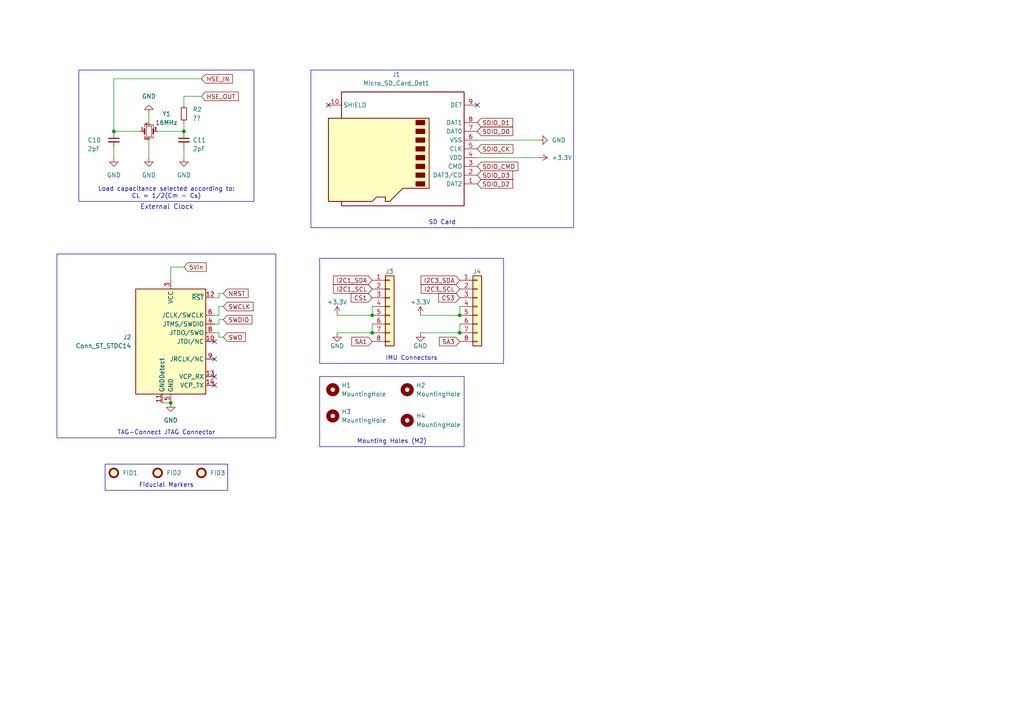
<source format=kicad_sch>
(kicad_sch (version 20230121) (generator eeschema)
  (paper "A4")
  (title_block (title "Peripherals"))
  (lib_symbols
    (symbol "Connector:Conn_ST_STDC14"
      (property "Reference" "J" (at -8.89 16.51 0))
      (property "Value" "Conn_ST_STDC14" (at 17.78 16.51 0))
      (symbol "Conn_ST_STDC14_0_1"
        (rectangle (start -10.16 15.24) (end 10.16 -15.24) (stroke (width 0.254)) (fill (type background)))
      )
      (symbol "Conn_ST_STDC14_1_1"
        (pin no_connect line (at -10.16 5.08 0) (length 2.54) hide (name "NC") (number "1"))
        (pin output line (at 12.7 0 180) (length 2.54) (name "JTDI/NC") (number "10"))
        (pin passive line (at -2.54 -17.78 90) (length 2.54) (name "GNDDetect") (number "11"))
        (pin open_collector line (at 12.7 12.7 180) (length 2.54) (name "~{RST}") (number "12"))
        (pin output line (at 12.7 -10.16 180) (length 2.54) (name "VCP_RX") (number "13"))
        (pin input line (at 12.7 -12.7 180) (length 2.54) (name "VCP_TX") (number "14"))
        (pin no_connect line (at -10.16 2.54 0) (length 2.54) hide (name "NC") (number "2"))
        (pin power_in line (at 0 17.78 270) (length 2.54) (name "VCC") (number "3"))
        (pin bidirectional line (at 12.7 5.08 180) (length 2.54) (name "JTMS/SWDIO") (number "4"))
        (pin power_in line (at 0 -17.78 90) (length 2.54) (name "GND") (number "5"))
        (pin output line (at 12.7 7.62 180) (length 2.54) (name "JCLK/SWCLK") (number "6"))
        (pin passive line (at 0 -17.78 90) (length 2.54) hide (name "GND") (number "7"))
        (pin input line (at 12.7 2.54 180) (length 2.54) (name "JTDO/SWO") (number "8"))
        (pin input line (at 12.7 -5.08 180) (length 2.54) (name "JRCLK/NC") (number "9"))
      )
    )
    (symbol "Connector:Micro_SD_Card_Det1"
      (property "Reference" "J" (at -16.51 17.78 0))
      (property "Value" "Micro_SD_Card_Det1" (at 16.51 17.78 0))
      (symbol "Micro_SD_Card_Det1_0_1"
        (rectangle (start -7.62 -6.985) (end -5.08 -8.255) (stroke (width 0.254)) (fill (type outline)))
        (rectangle (start -7.62 -4.445) (end -5.08 -5.715) (stroke (width 0.254)) (fill (type outline)))
        (rectangle (start -7.62 -1.905) (end -5.08 -3.175) (stroke (width 0.254)) (fill (type outline)))
        (rectangle (start -7.62 0.635) (end -5.08 -0.635) (stroke (width 0.254)) (fill (type outline)))
        (rectangle (start -7.62 3.175) (end -5.08 1.905) (stroke (width 0.254)) (fill (type outline)))
        (rectangle (start -7.62 5.715) (end -5.08 4.445) (stroke (width 0.254)) (fill (type outline)))
        (rectangle (start -7.62 8.255) (end -5.08 6.985) (stroke (width 0.254)) (fill (type outline)))
        (rectangle (start -7.62 10.795) (end -5.08 9.525) (stroke (width 0.254)) (fill (type outline)))
        (polyline (pts (xy 16.51 15.24) (xy 16.51 16.51) (xy -19.05 16.51) (xy -19.05 -16.51) (xy 16.51 -16.51) (xy 16.51 -8.89)) (stroke (width 0.254)))
        (polyline (pts (xy -8.89 -8.89) (xy -8.89 11.43) (xy -1.27 11.43) (xy 2.54 15.24) (xy 3.81 15.24) (xy 3.81 13.97) (xy 6.35 13.97) (xy 7.62 15.24) (xy 20.32 15.24) (xy 20.32 -8.89) (xy -8.89 -8.89)) (stroke (width 0.254)) (fill (type background)))
      )
      (symbol "Micro_SD_Card_Det1_1_1"
        (pin bidirectional line (at -22.86 10.16 0) (length 3.81) (name "DAT2") (number "1"))
        (pin passive line (at 20.32 -12.7 180) (length 3.81) (name "SHIELD") (number "10"))
        (pin bidirectional line (at -22.86 7.62 0) (length 3.81) (name "DAT3/CD") (number "2"))
        (pin input line (at -22.86 5.08 0) (length 3.81) (name "CMD") (number "3"))
        (pin power_in line (at -22.86 2.54 0) (length 3.81) (name "VDD") (number "4"))
        (pin input line (at -22.86 0 0) (length 3.81) (name "CLK") (number "5"))
        (pin power_in line (at -22.86 -2.54 0) (length 3.81) (name "VSS") (number "6"))
        (pin bidirectional line (at -22.86 -5.08 0) (length 3.81) (name "DAT0") (number "7"))
        (pin bidirectional line (at -22.86 -7.62 0) (length 3.81) (name "DAT1") (number "8"))
        (pin passive line (at -22.86 -12.7 0) (length 3.81) (name "DET") (number "9"))
      )
    )
    (symbol "Connector_Generic:Conn_01x08" (pin_names (offset 1.016) hide)
      (property "Reference" "J" (at 0 10.16 0))
      (property "Value" "Conn_01x08" (at 0 -12.7 0))
      (symbol "Conn_01x08_1_1"
        (rectangle (start -1.27 -10.033) (end 0 -10.287) (stroke (width 0.1524)))
        (rectangle (start -1.27 -7.493) (end 0 -7.747) (stroke (width 0.1524)))
        (rectangle (start -1.27 -4.953) (end 0 -5.207) (stroke (width 0.1524)))
        (rectangle (start -1.27 -2.413) (end 0 -2.667) (stroke (width 0.1524)))
        (rectangle (start -1.27 0.127) (end 0 -0.127) (stroke (width 0.1524)))
        (rectangle (start -1.27 2.667) (end 0 2.413) (stroke (width 0.1524)))
        (rectangle (start -1.27 5.207) (end 0 4.953) (stroke (width 0.1524)))
        (rectangle (start -1.27 7.747) (end 0 7.493) (stroke (width 0.1524)))
        (rectangle (start -1.27 8.89) (end 1.27 -11.43) (stroke (width 0.254)) (fill (type background)))
        (pin passive line (at -5.08 7.62 0) (length 3.81) (name "Pin_1") (number "1"))
        (pin passive line (at -5.08 5.08 0) (length 3.81) (name "Pin_2") (number "2"))
        (pin passive line (at -5.08 2.54 0) (length 3.81) (name "Pin_3") (number "3"))
        (pin passive line (at -5.08 0 0) (length 3.81) (name "Pin_4") (number "4"))
        (pin passive line (at -5.08 -2.54 0) (length 3.81) (name "Pin_5") (number "5"))
        (pin passive line (at -5.08 -5.08 0) (length 3.81) (name "Pin_6") (number "6"))
        (pin passive line (at -5.08 -7.62 0) (length 3.81) (name "Pin_7") (number "7"))
        (pin passive line (at -5.08 -10.16 0) (length 3.81) (name "Pin_8") (number "8"))
      )
    )
    (symbol "Device:C_Small" (pin_numbers hide) (pin_names (offset 0.254) hide)
      (property "Reference" "C" (at 0.254 1.778 0))
      (property "Value" "C_Small" (at 0.254 -2.032 0))
      (symbol "C_Small_0_1"
        (polyline (pts (xy -1.524 -0.508) (xy 1.524 -0.508)) (stroke (width 0.3302)))
        (polyline (pts (xy -1.524 0.508) (xy 1.524 0.508)) (stroke (width 0.3048)))
      )
      (symbol "C_Small_1_1"
        (pin passive line (at 0 2.54 270) (length 2.032) (name "~") (number "1"))
        (pin passive line (at 0 -2.54 90) (length 2.032) (name "~") (number "2"))
      )
    )
    (symbol "Device:Crystal_GND24_Small" (pin_names (offset 1.016) hide)
      (property "Reference" "Y" (at 1.27 4.445 0))
      (property "Value" "Crystal_GND24_Small" (at 1.27 2.54 0))
      (symbol "Crystal_GND24_Small_0_1"
        (rectangle (start -0.762 -1.524) (end 0.762 1.524))
        (polyline (pts (xy -1.27 -0.762) (xy -1.27 0.762)) (stroke (width 0.381)))
        (polyline (pts (xy 1.27 -0.762) (xy 1.27 0.762)) (stroke (width 0.381)))
        (polyline (pts (xy -1.27 -1.27) (xy -1.27 -1.905) (xy 1.27 -1.905) (xy 1.27 -1.27)))
        (polyline (pts (xy -1.27 1.27) (xy -1.27 1.905) (xy 1.27 1.905) (xy 1.27 1.27)))
      )
      (symbol "Crystal_GND24_Small_1_1"
        (pin passive line (at -2.54 0 0) (length 1.27) (name "1") (number "1"))
        (pin passive line (at 0 -2.54 90) (length 0.635) (name "2") (number "2"))
        (pin passive line (at 2.54 0 180) (length 1.27) (name "3") (number "3"))
        (pin passive line (at 0 2.54 270) (length 0.635) (name "4") (number "4"))
      )
    )
    (symbol "Device:R_Small" (pin_numbers hide) (pin_names (offset 0.254) hide)
      (property "Reference" "R" (at 0.762 0.508 0))
      (property "Value" "R_Small" (at 0.762 -1.016 0))
      (symbol "R_Small_0_1"
        (rectangle (start -0.762 1.778) (end 0.762 -1.778) (stroke (width 0.2032)))
      )
      (symbol "R_Small_1_1"
        (pin passive line (at 0 2.54 270) (length 0.762) (name "~") (number "1"))
        (pin passive line (at 0 -2.54 90) (length 0.762) (name "~") (number "2"))
      )
    )
    (symbol "Mechanical:Fiducial"
      (property "Reference" "FID" (at 0 5.08 0))
      (property "Value" "Fiducial" (at 0 3.175 0))
      (symbol "Fiducial_0_1"
        (circle (center 0 0) (radius 1.27) (stroke (width 0.508)) (fill (type background)))
      )
    )
    (symbol "Mechanical:MountingHole" (pin_names (offset 1.016))
      (property "Reference" "H" (at 0 5.08 0))
      (property "Value" "MountingHole" (at 0 3.175 0))
      (symbol "MountingHole_0_1"
        (circle (center 0 0) (radius 1.27) (stroke (width 1.27)))
      )
    )
    (symbol "power:+3.3V" (power) (pin_names (offset 0))
      (property "Value" "+3.3V" (at 0 3.556 0))
      (symbol "+3.3V_0_1"
        (polyline (pts (xy -0.762 1.27) (xy 0 2.54)))
        (polyline (pts (xy 0 0) (xy 0 2.54)))
        (polyline (pts (xy 0 2.54) (xy 0.762 1.27)))
      )
      (symbol "+3.3V_1_1"
        (pin power_in line (at 0 0 90) (length 0) hide (name "+3.3V") (number "1"))
      )
    )
    (symbol "power:GND" (power) (pin_names (offset 0))
      (property "Value" "GND" (at 0 -3.81 0))
      (symbol "GND_0_1"
        (polyline (pts (xy 0 0) (xy 0 -1.27) (xy 1.27 -1.27) (xy 0 -2.54) (xy -1.27 -1.27) (xy 0 -1.27)))
      )
      (symbol "GND_1_1"
        (pin power_in line (at 0 0 270) (length 0) hide (name "GND") (number "1"))
      )
    )
  )
  (junction (at 53.34 38.1))
  (junction (at 133.35 96.52))
  (junction (at 33.02 38.1))
  (junction (at 49.53 116.84))
  (junction (at 133.35 91.44))
  (junction (at 107.95 91.44))
  (junction (at 107.95 96.52))
  (no_connect (at 95.25 30.48))
  (no_connect (at 62.23 111.76))
  (no_connect (at 62.23 104.14))
  (no_connect (at 62.23 109.22))
  (no_connect (at 138.43 30.48))
  (no_connect (at 62.23 99.06))
  (wire (pts (xy 43.18 40.64) (xy 43.18 45.72)))
  (wire (pts (xy 62.23 86.36) (xy 63.5 86.36)))
  (wire (pts (xy 63.5 96.52) (xy 62.23 96.52)))
  (wire (pts (xy 63.5 86.36) (xy 63.5 85.09)))
  (wire (pts (xy 33.02 22.86) (xy 33.02 38.1)))
  (wire (pts (xy 53.34 27.94) (xy 53.34 30.48)))
  (wire (pts (xy 33.02 43.18) (xy 33.02 45.72)))
  (wire (pts (xy 49.53 77.47) (xy 53.34 77.47)))
  (wire (pts (xy 138.43 40.64) (xy 156.21 40.64)))
  (wire (pts (xy 53.34 43.18) (xy 53.34 45.72)))
  (wire (pts (xy 133.35 88.9) (xy 133.35 91.44)))
  (wire (pts (xy 43.18 33.02) (xy 43.18 35.56)))
  (wire (pts (xy 63.5 92.71) (xy 63.5 93.98)))
  (wire (pts (xy 58.42 22.86) (xy 33.02 22.86)))
  (wire (pts (xy 63.5 92.71) (xy 64.77 92.71)))
  (wire (pts (xy 63.5 97.79) (xy 64.77 97.79)))
  (wire (pts (xy 63.5 93.98) (xy 62.23 93.98)))
  (wire (pts (xy 63.5 91.44) (xy 62.23 91.44)))
  (wire (pts (xy 138.43 45.72) (xy 156.21 45.72)))
  (wire (pts (xy 63.5 97.79) (xy 63.5 96.52)))
  (wire (pts (xy 121.92 96.52) (xy 133.35 96.52)))
  (wire (pts (xy 63.5 88.9) (xy 64.77 88.9)))
  (wire (pts (xy 63.5 85.09) (xy 64.77 85.09)))
  (wire (pts (xy 63.5 88.9) (xy 63.5 91.44)))
  (wire (pts (xy 133.35 93.98) (xy 133.35 96.52)))
  (wire (pts (xy 49.53 81.28) (xy 49.53 77.47)))
  (wire (pts (xy 121.92 91.44) (xy 133.35 91.44)))
  (wire (pts (xy 107.95 96.52) (xy 107.95 93.98)))
  (wire (pts (xy 97.79 91.44) (xy 107.95 91.44)))
  (wire (pts (xy 97.79 96.52) (xy 107.95 96.52)))
  (wire (pts (xy 58.42 27.94) (xy 53.34 27.94)))
  (wire (pts (xy 107.95 88.9) (xy 107.95 91.44)))
  (wire (pts (xy 46.99 116.84) (xy 49.53 116.84)))
  (wire (pts (xy 45.72 38.1) (xy 53.34 38.1)))
  (wire (pts (xy 53.34 35.56) (xy 53.34 38.1)))
  (wire (pts (xy 33.02 38.1) (xy 40.64 38.1)))
  (text_box "SD Card" (at 90.17 20.32 0) (size 76.2 45.72) (effects (font (size 1.27 1.27)) (justify bottom)))
  (text_box "TAG-Connect JTAG Connector" (at 16.51 73.66 0) (size 63.5 53.34) (effects (font (size 1.27 1.27)) (justify bottom)))
  (text_box "Load capacitance selected according to:\nCL = 1/2(Cm - Cs)" (at 22.86 20.32 0) (size 50.8 38.1) (effects (font (size 1.27 1.27)) (justify bottom)))
  (text_box "IMU Connectors" (at 92.71 74.93 0) (size 53.34 30.48) (effects (font (size 1.27 1.27)) (justify bottom)))
  (text_box "Mounting Holes (M2)" (at 92.71 109.22 0) (size 41.91 20.32) (effects (font (size 1.27 1.27)) (justify bottom)))
  (text_box "Fiducial Markers" (at 30.48 134.62 0) (size 35.56 7.62) (effects (font (size 1.27 1.27)) (justify bottom)))
  (text "External Clock" (at 40.64 60.96 0) (effects (font (size 1.4 1.4)) (justify left bottom)))
  (global_label "I2C1_SCL" (shape input) (at 107.95 83.82 180) (property "Intersheetrefs" "${INTERSHEET_REFS}" (effects hide)))
  (global_label "SDIO_D2" (shape input) (at 138.43 53.34 0) (property "Intersheetrefs" "${INTERSHEET_REFS}" (effects hide)))
  (global_label "SDIO_D3" (shape input) (at 138.43 50.8 0) (property "Intersheetrefs" "${INTERSHEET_REFS}" (effects hide)))
  (global_label "5Vin" (shape input) (at 53.34 77.47 0) (property "Intersheetrefs" "${INTERSHEET_REFS}" (effects hide)))
  (global_label "SA3" (shape input) (at 133.35 99.06 180) (property "Intersheetrefs" "${INTERSHEET_REFS}" (effects hide)))
  (global_label "SDIO_CK" (shape input) (at 138.43 43.18 0) (property "Intersheetrefs" "${INTERSHEET_REFS}" (effects hide)))
  (global_label "SDIO_CMD" (shape input) (at 138.43 48.26 0) (property "Intersheetrefs" "${INTERSHEET_REFS}" (effects hide)))
  (global_label "CS3" (shape input) (at 133.35 86.36 180) (property "Intersheetrefs" "${INTERSHEET_REFS}" (effects hide)))
  (global_label "I2C3_SCL" (shape input) (at 133.35 83.82 180) (property "Intersheetrefs" "${INTERSHEET_REFS}" (effects hide)))
  (global_label "NRST" (shape input) (at 64.77 85.09 0) (property "Intersheetrefs" "${INTERSHEET_REFS}" (effects hide)))
  (global_label "SWDIO" (shape input) (at 64.77 92.71 0) (property "Intersheetrefs" "${INTERSHEET_REFS}" (effects hide)))
  (global_label "HSE_IN" (shape input) (at 58.42 22.86 0) (property "Intersheetrefs" "${INTERSHEET_REFS}" (effects hide)))
  (global_label "SWO" (shape input) (at 64.77 97.79 0) (property "Intersheetrefs" "${INTERSHEET_REFS}" (effects hide)))
  (global_label "HSE_OUT" (shape input) (at 58.42 27.94 0) (property "Intersheetrefs" "${INTERSHEET_REFS}" (effects hide)))
  (global_label "SDIO_D1" (shape input) (at 138.43 35.56 0) (property "Intersheetrefs" "${INTERSHEET_REFS}" (effects hide)))
  (global_label "SA1" (shape input) (at 107.95 99.06 180) (property "Intersheetrefs" "${INTERSHEET_REFS}" (effects hide)))
  (global_label "SWCLK" (shape input) (at 64.77 88.9 0) (property "Intersheetrefs" "${INTERSHEET_REFS}" (effects hide)))
  (global_label "SDIO_D0" (shape input) (at 138.43 38.1 0) (property "Intersheetrefs" "${INTERSHEET_REFS}" (effects hide)))
  (global_label "CS1" (shape input) (at 107.95 86.36 180) (property "Intersheetrefs" "${INTERSHEET_REFS}" (effects hide)))
  (global_label "I2C1_SDA" (shape input) (at 107.95 81.28 180) (property "Intersheetrefs" "${INTERSHEET_REFS}" (effects hide)))
  (global_label "I2C3_SDA" (shape input) (at 133.35 81.28 180) (property "Intersheetrefs" "${INTERSHEET_REFS}" (effects hide)))
  (symbol (lib_id "power:GND") (at 43.18 45.72 0) (unit 1)
    (property "Reference" "#PWR011" (effects hide))
    (property "Value" "GND" (at 43.18 50.8 0))
  )
  (symbol (lib_id "power:GND") (at 53.34 45.72 0) (unit 1)
    (property "Reference" "#PWR019" (effects hide))
    (property "Value" "GND" (at 53.34 50.8 0))
  )
  (symbol (lib_id "Connector_Generic:Conn_01x08") (at 113.03 88.9 0) (unit 1)
    (property "Reference" "J3" (at 111.76 78.74 0) (effects (justify left)))
    (property "Value" "Conn_01x08" (effects hide))
    (property "Footprint" "Connector_PinSocket_1.00mm:PinSocket_1x08_P1.00mm_Vertical_SMD_Pin1Left" (effects hide))
  )
  (symbol (lib_id "power:+3.3V") (at 156.21 45.72 270) (unit 1)
    (property "Reference" "#PWR016" (effects hide))
    (property "Value" "+3.3V" (at 160.02 45.72 90) (effects (justify left)))
  )
  (symbol (lib_id "power:GND") (at 97.79 96.52 0) (unit 1)
    (property "Reference" "#PWR026" (effects hide))
    (property "Value" "GND" (at 97.79 100.33 0))
  )
  (symbol (lib_id "Connector:Conn_ST_STDC14") (at 49.53 99.06 0) (unit 1)
    (property "Reference" "J2" (at 38.1 97.79 0) (effects (justify right)))
    (property "Value" "Conn_ST_STDC14" (at 38.1 100.33 0) (effects (justify right)))
    (property "Footprint" "Connector:Tag-Connect_TC2030-IDC-FP_2x03_P1.27mm_Vertical" (effects hide))
    (property "Datasheet" "https://www.st.com/content/ccc/resource/technical/document/user_manual/group1/99/49/91/b6/b2/3a/46/e5/DM00526767/files/DM00526767.pdf/jcr:content/translations/en.DM00526767.pdf" (effects hide))
  )
  (symbol (lib_id "Mechanical:Fiducial") (at 33.02 137.16 0) (unit 1)
    (property "Reference" "FID1" (at 35.56 137.16 0) (effects (justify left)))
    (property "Value" "Fiducial" (effects hide))
    (property "Footprint" "Fiducial:Fiducial_1mm_Mask2mm" (effects hide))
  )
  (symbol (lib_id "Device:C_Small") (at 53.34 40.64 0) (unit 1)
    (property "Reference" "C11" (at 55.88 40.64 0) (effects (justify left)))
    (property "Value" "2pF" (at 55.88 43.18 0) (effects (justify left)))
    (property "Footprint" "Capacitor_SMD:C_0402_1005Metric" (effects hide))
  )
  (symbol (lib_id "Mechanical:MountingHole") (at 96.52 120.65 0) (unit 1)
    (property "Reference" "H3" (at 99.06 119.38 0) (effects (justify left)))
    (property "Value" "MountingHole" (at 99.06 121.92 0) (effects (justify left)))
    (property "Footprint" "MountingHole:MountingHole_2.2mm_M2" (effects hide))
  )
  (symbol (lib_id "power:GND") (at 43.18 33.02 180) (unit 1)
    (property "Reference" "#PWR010" (effects hide))
    (property "Value" "GND" (at 43.18 27.94 0))
  )
  (symbol (lib_id "Mechanical:MountingHole") (at 96.52 113.03 0) (unit 1)
    (property "Reference" "H1" (at 99.06 111.76 0) (effects (justify left)))
    (property "Value" "MountingHole" (at 99.06 114.3 0) (effects (justify left)))
    (property "Footprint" "MountingHole:MountingHole_2.2mm_M2" (effects hide))
  )
  (symbol (lib_id "Connector:Micro_SD_Card_Det1") (at 115.57 43.18 180) (unit 1)
    (property "Reference" "J1" (at 114.935 21.59 0))
    (property "Value" "Micro_SD_Card_Det1" (at 114.935 24.13 0))
    (property "Footprint" "Connector_Card:microSD_HC_Wuerth_693072010801" (effects hide))
    (property "Datasheet" "https://datasheet.lcsc.com/lcsc/2110151630_XKB-Connectivity-XKTF-015-N_C381082.pdf" (effects hide))
  )
  (symbol (lib_id "power:+3.3V") (at 97.79 91.44 0) (unit 1)
    (property "Reference" "#PWR027" (effects hide))
    (property "Value" "+3.3V" (at 97.79 87.63 0))
  )
  (symbol (lib_id "Device:Crystal_GND24_Small") (at 43.18 38.1 0) (unit 1)
    (property "Reference" "Y1" (at 48.26 33.02 0))
    (property "Value" "16MHz" (at 48.26 35.56 0))
    (property "Footprint" "Crystal:Crystal_SMD_3225-4Pin_3.2x2.5mm" (effects hide))
  )
  (symbol (lib_id "Device:R_Small") (at 53.34 33.02 0) (unit 1)
    (property "Reference" "R2" (at 55.88 31.75 0) (effects (justify left)))
    (property "Value" "??" (at 55.88 34.29 0) (effects (justify left)))
    (property "Footprint" "Resistor_SMD:R_0402_1005Metric" (effects hide))
  )
  (symbol (lib_id "Mechanical:Fiducial") (at 45.72 137.16 0) (unit 1)
    (property "Reference" "FID2" (at 48.26 137.16 0) (effects (justify left)))
    (property "Value" "Fiducial" (effects hide))
    (property "Footprint" "Fiducial:Fiducial_1mm_Mask2mm" (effects hide))
  )
  (symbol (lib_id "Mechanical:MountingHole") (at 118.11 121.92 0) (unit 1)
    (property "Reference" "H4" (at 120.65 120.65 0) (effects (justify left)))
    (property "Value" "MountingHole" (at 120.65 123.19 0) (effects (justify left)))
    (property "Footprint" "MountingHole:MountingHole_2.2mm_M2" (effects hide))
  )
  (symbol (lib_id "Mechanical:MountingHole") (at 118.11 113.03 0) (unit 1)
    (property "Reference" "H2" (at 120.65 111.76 0) (effects (justify left)))
    (property "Value" "MountingHole" (at 120.65 114.3 0) (effects (justify left)))
    (property "Footprint" "MountingHole:MountingHole_2.2mm_M2" (effects hide))
  )
  (symbol (lib_id "power:GND") (at 49.53 116.84 0) (unit 1)
    (property "Reference" "#PWR012" (effects hide))
    (property "Value" "GND" (at 49.53 121.92 0))
  )
  (symbol (lib_id "power:GND") (at 33.02 45.72 0) (unit 1)
    (property "Reference" "#PWR09" (effects hide))
    (property "Value" "GND" (at 33.02 50.8 0))
  )
  (symbol (lib_id "power:GND") (at 156.21 40.64 90) (unit 1)
    (property "Reference" "#PWR015" (effects hide))
    (property "Value" "GND" (at 160.02 40.64 90) (effects (justify right)))
  )
  (symbol (lib_id "power:+3.3V") (at 121.92 91.44 0) (unit 1)
    (property "Reference" "#PWR028" (effects hide))
    (property "Value" "+3.3V" (at 121.92 87.63 0))
  )
  (symbol (lib_id "Mechanical:Fiducial") (at 58.42 137.16 0) (unit 1)
    (property "Reference" "FID3" (at 60.96 137.16 0) (effects (justify left)))
    (property "Value" "Fiducial" (effects hide))
    (property "Footprint" "Fiducial:Fiducial_1mm_Mask2mm" (effects hide))
  )
  (symbol (lib_id "Connector_Generic:Conn_01x08") (at 138.43 88.9 0) (unit 1)
    (property "Reference" "J4" (at 137.16 78.74 0) (effects (justify left)))
    (property "Value" "Conn_01x08" (effects hide))
    (property "Footprint" "Connector_PinSocket_1.00mm:PinSocket_1x08_P1.00mm_Vertical_SMD_Pin1Left" (effects hide))
  )
  (symbol (lib_id "power:GND") (at 121.92 96.52 0) (unit 1)
    (property "Reference" "#PWR025" (effects hide))
    (property "Value" "GND" (at 121.92 100.33 0))
  )
  (symbol (lib_id "Device:C_Small") (at 33.02 40.64 0) (unit 1)
    (property "Reference" "C10" (at 25.4 40.64 0) (effects (justify left)))
    (property "Value" "2pF" (at 25.4 43.18 0) (effects (justify left)))
    (property "Footprint" "Capacitor_SMD:C_0402_1005Metric" (effects hide))
  )
)
</source>
